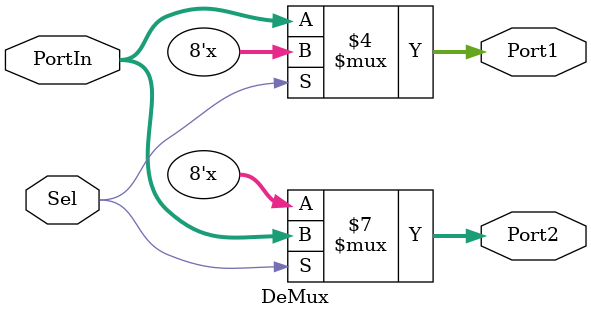
<source format=sv>
module DeMux(
    Port1,
    Port2,
    PortIn,
    Sel
);
    input [7:0] PortIn;
    output reg [7:0] Port1;
    output reg [7:0] Port2;
    input Sel;

    always @(*) begin
        if(Sel == 1'b0)
            Port1 = PortIn;
        else
            Port2 = PortIn;
    end
endmodule

</source>
